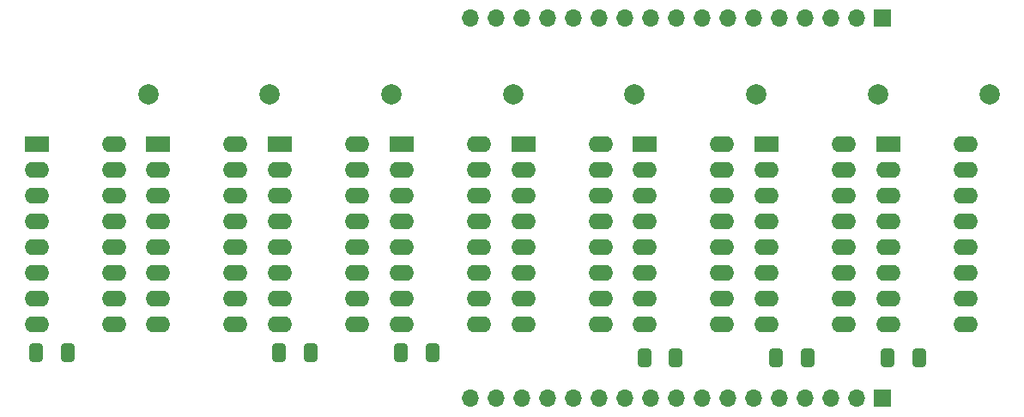
<source format=gbr>
%TF.GenerationSoftware,KiCad,Pcbnew,7.0.10*%
%TF.CreationDate,2024-02-06T22:07:37+01:00*%
%TF.ProjectId,16M2164_Ersatz_16dRAM,31364d32-3136-4345-9f45-727361747a5f,1*%
%TF.SameCoordinates,Original*%
%TF.FileFunction,Soldermask,Top*%
%TF.FilePolarity,Negative*%
%FSLAX46Y46*%
G04 Gerber Fmt 4.6, Leading zero omitted, Abs format (unit mm)*
G04 Created by KiCad (PCBNEW 7.0.10) date 2024-02-06 22:07:37*
%MOMM*%
%LPD*%
G01*
G04 APERTURE LIST*
G04 Aperture macros list*
%AMRoundRect*
0 Rectangle with rounded corners*
0 $1 Rounding radius*
0 $2 $3 $4 $5 $6 $7 $8 $9 X,Y pos of 4 corners*
0 Add a 4 corners polygon primitive as box body*
4,1,4,$2,$3,$4,$5,$6,$7,$8,$9,$2,$3,0*
0 Add four circle primitives for the rounded corners*
1,1,$1+$1,$2,$3*
1,1,$1+$1,$4,$5*
1,1,$1+$1,$6,$7*
1,1,$1+$1,$8,$9*
0 Add four rect primitives between the rounded corners*
20,1,$1+$1,$2,$3,$4,$5,0*
20,1,$1+$1,$4,$5,$6,$7,0*
20,1,$1+$1,$6,$7,$8,$9,0*
20,1,$1+$1,$8,$9,$2,$3,0*%
G04 Aperture macros list end*
%ADD10C,2.000000*%
%ADD11RoundRect,0.250000X-0.412500X-0.650000X0.412500X-0.650000X0.412500X0.650000X-0.412500X0.650000X0*%
%ADD12O,2.400000X1.600000*%
%ADD13R,2.400000X1.600000*%
%ADD14R,1.700000X1.700000*%
%ADD15O,1.700000X1.700000*%
G04 APERTURE END LIST*
D10*
%TO.C,TP8*%
X110240000Y-90000000D03*
%TD*%
%TO.C,TP7*%
X122240000Y-90000000D03*
%TD*%
%TO.C,TP6*%
X134240000Y-90000000D03*
%TD*%
%TO.C,TP5*%
X146240000Y-90000000D03*
%TD*%
%TO.C,TP4*%
X158240000Y-90000000D03*
%TD*%
%TO.C,TP3*%
X170240000Y-90000000D03*
%TD*%
%TO.C,TP2*%
X182240000Y-90000000D03*
%TD*%
%TO.C,TP1*%
X193240000Y-90000000D03*
%TD*%
D11*
%TO.C,C5*%
X172177500Y-116000000D03*
X175302500Y-116000000D03*
%TD*%
%TO.C,C1*%
X102302500Y-115500000D03*
X99177500Y-115500000D03*
%TD*%
%TO.C,C2*%
X123177500Y-115500000D03*
X126302500Y-115500000D03*
%TD*%
%TO.C,C3*%
X135177500Y-115500000D03*
X138302500Y-115500000D03*
%TD*%
%TO.C,C4*%
X159177500Y-116000000D03*
X162302500Y-116000000D03*
%TD*%
%TO.C,C6*%
X186302500Y-116000000D03*
X183177500Y-116000000D03*
%TD*%
D12*
%TO.C,U5*%
X190860000Y-94920000D03*
X190860000Y-97460000D03*
X190860000Y-100000000D03*
X190860000Y-102540000D03*
X190860000Y-105080000D03*
X190860000Y-107620000D03*
X190860000Y-110160000D03*
X190860000Y-112700000D03*
X183240000Y-112700000D03*
X183240000Y-110160000D03*
X183240000Y-107620000D03*
X183240000Y-105080000D03*
X183240000Y-102540000D03*
X183240000Y-100000000D03*
X183240000Y-97460000D03*
D13*
X183240000Y-94920000D03*
%TD*%
%TO.C,U14*%
X171240000Y-94920000D03*
D12*
X171240000Y-97460000D03*
X171240000Y-100000000D03*
X171240000Y-102540000D03*
X171240000Y-105080000D03*
X171240000Y-107620000D03*
X171240000Y-110160000D03*
X171240000Y-112700000D03*
X178860000Y-112700000D03*
X178860000Y-110160000D03*
X178860000Y-107620000D03*
X178860000Y-105080000D03*
X178860000Y-102540000D03*
X178860000Y-100000000D03*
X178860000Y-97460000D03*
X178860000Y-94920000D03*
%TD*%
%TO.C,U8*%
X154860000Y-94920000D03*
X154860000Y-97460000D03*
X154860000Y-100000000D03*
X154860000Y-102540000D03*
X154860000Y-105080000D03*
X154860000Y-107620000D03*
X154860000Y-110160000D03*
X154860000Y-112700000D03*
X147240000Y-112700000D03*
X147240000Y-110160000D03*
X147240000Y-107620000D03*
X147240000Y-105080000D03*
X147240000Y-102540000D03*
X147240000Y-100000000D03*
X147240000Y-97460000D03*
D13*
X147240000Y-94920000D03*
%TD*%
D12*
%TO.C,U16*%
X154860000Y-94920000D03*
X154860000Y-97460000D03*
X154860000Y-100000000D03*
X154860000Y-102540000D03*
X154860000Y-105080000D03*
X154860000Y-107620000D03*
X154860000Y-110160000D03*
X154860000Y-112700000D03*
X147240000Y-112700000D03*
X147240000Y-110160000D03*
X147240000Y-107620000D03*
X147240000Y-105080000D03*
X147240000Y-102540000D03*
X147240000Y-100000000D03*
X147240000Y-97460000D03*
D13*
X147240000Y-94920000D03*
%TD*%
%TO.C,U7*%
X159240000Y-94920000D03*
D12*
X159240000Y-97460000D03*
X159240000Y-100000000D03*
X159240000Y-102540000D03*
X159240000Y-105080000D03*
X159240000Y-107620000D03*
X159240000Y-110160000D03*
X159240000Y-112700000D03*
X166860000Y-112700000D03*
X166860000Y-110160000D03*
X166860000Y-107620000D03*
X166860000Y-105080000D03*
X166860000Y-102540000D03*
X166860000Y-100000000D03*
X166860000Y-97460000D03*
X166860000Y-94920000D03*
%TD*%
D13*
%TO.C,U11*%
X111240000Y-94920000D03*
D12*
X111240000Y-97460000D03*
X111240000Y-100000000D03*
X111240000Y-102540000D03*
X111240000Y-105080000D03*
X111240000Y-107620000D03*
X111240000Y-110160000D03*
X111240000Y-112700000D03*
X118860000Y-112700000D03*
X118860000Y-110160000D03*
X118860000Y-107620000D03*
X118860000Y-105080000D03*
X118860000Y-102540000D03*
X118860000Y-100000000D03*
X118860000Y-97460000D03*
X118860000Y-94920000D03*
%TD*%
D13*
%TO.C,U1*%
X135240000Y-94920000D03*
D12*
X135240000Y-97460000D03*
X135240000Y-100000000D03*
X135240000Y-102540000D03*
X135240000Y-105080000D03*
X135240000Y-107620000D03*
X135240000Y-110160000D03*
X135240000Y-112700000D03*
X142860000Y-112700000D03*
X142860000Y-110160000D03*
X142860000Y-107620000D03*
X142860000Y-105080000D03*
X142860000Y-102540000D03*
X142860000Y-100000000D03*
X142860000Y-97460000D03*
X142860000Y-94920000D03*
%TD*%
D13*
%TO.C,U12*%
X99240000Y-94920000D03*
D12*
X99240000Y-97460000D03*
X99240000Y-100000000D03*
X99240000Y-102540000D03*
X99240000Y-105080000D03*
X99240000Y-107620000D03*
X99240000Y-110160000D03*
X99240000Y-112700000D03*
X106860000Y-112700000D03*
X106860000Y-110160000D03*
X106860000Y-107620000D03*
X106860000Y-105080000D03*
X106860000Y-102540000D03*
X106860000Y-100000000D03*
X106860000Y-97460000D03*
X106860000Y-94920000D03*
%TD*%
D13*
%TO.C,U2*%
X123240000Y-94920000D03*
D12*
X123240000Y-97460000D03*
X123240000Y-100000000D03*
X123240000Y-102540000D03*
X123240000Y-105080000D03*
X123240000Y-107620000D03*
X123240000Y-110160000D03*
X123240000Y-112700000D03*
X130860000Y-112700000D03*
X130860000Y-110160000D03*
X130860000Y-107620000D03*
X130860000Y-105080000D03*
X130860000Y-102540000D03*
X130860000Y-100000000D03*
X130860000Y-97460000D03*
X130860000Y-94920000D03*
%TD*%
D13*
%TO.C,U15*%
X159240000Y-94920000D03*
D12*
X159240000Y-97460000D03*
X159240000Y-100000000D03*
X159240000Y-102540000D03*
X159240000Y-105080000D03*
X159240000Y-107620000D03*
X159240000Y-110160000D03*
X159240000Y-112700000D03*
X166860000Y-112700000D03*
X166860000Y-110160000D03*
X166860000Y-107620000D03*
X166860000Y-105080000D03*
X166860000Y-102540000D03*
X166860000Y-100000000D03*
X166860000Y-97460000D03*
X166860000Y-94920000D03*
%TD*%
D13*
%TO.C,U10*%
X123240000Y-94920000D03*
D12*
X123240000Y-97460000D03*
X123240000Y-100000000D03*
X123240000Y-102540000D03*
X123240000Y-105080000D03*
X123240000Y-107620000D03*
X123240000Y-110160000D03*
X123240000Y-112700000D03*
X130860000Y-112700000D03*
X130860000Y-110160000D03*
X130860000Y-107620000D03*
X130860000Y-105080000D03*
X130860000Y-102540000D03*
X130860000Y-100000000D03*
X130860000Y-97460000D03*
X130860000Y-94920000D03*
%TD*%
D13*
%TO.C,U3*%
X111240000Y-94920000D03*
D12*
X111240000Y-97460000D03*
X111240000Y-100000000D03*
X111240000Y-102540000D03*
X111240000Y-105080000D03*
X111240000Y-107620000D03*
X111240000Y-110160000D03*
X111240000Y-112700000D03*
X118860000Y-112700000D03*
X118860000Y-110160000D03*
X118860000Y-107620000D03*
X118860000Y-105080000D03*
X118860000Y-102540000D03*
X118860000Y-100000000D03*
X118860000Y-97460000D03*
X118860000Y-94920000D03*
%TD*%
D13*
%TO.C,U9*%
X135240000Y-94920000D03*
D12*
X135240000Y-97460000D03*
X135240000Y-100000000D03*
X135240000Y-102540000D03*
X135240000Y-105080000D03*
X135240000Y-107620000D03*
X135240000Y-110160000D03*
X135240000Y-112700000D03*
X142860000Y-112700000D03*
X142860000Y-110160000D03*
X142860000Y-107620000D03*
X142860000Y-105080000D03*
X142860000Y-102540000D03*
X142860000Y-100000000D03*
X142860000Y-97460000D03*
X142860000Y-94920000D03*
%TD*%
%TO.C,U4*%
X106860000Y-94920000D03*
X106860000Y-97460000D03*
X106860000Y-100000000D03*
X106860000Y-102540000D03*
X106860000Y-105080000D03*
X106860000Y-107620000D03*
X106860000Y-110160000D03*
X106860000Y-112700000D03*
X99240000Y-112700000D03*
X99240000Y-110160000D03*
X99240000Y-107620000D03*
X99240000Y-105080000D03*
X99240000Y-102540000D03*
X99240000Y-100000000D03*
X99240000Y-97460000D03*
D13*
X99240000Y-94920000D03*
%TD*%
%TO.C,U6*%
X171240000Y-94920000D03*
D12*
X171240000Y-97460000D03*
X171240000Y-100000000D03*
X171240000Y-102540000D03*
X171240000Y-105080000D03*
X171240000Y-107620000D03*
X171240000Y-110160000D03*
X171240000Y-112700000D03*
X178860000Y-112700000D03*
X178860000Y-110160000D03*
X178860000Y-107620000D03*
X178860000Y-105080000D03*
X178860000Y-102540000D03*
X178860000Y-100000000D03*
X178860000Y-97460000D03*
X178860000Y-94920000D03*
%TD*%
D13*
%TO.C,U13*%
X183240000Y-94920000D03*
D12*
X183240000Y-97460000D03*
X183240000Y-100000000D03*
X183240000Y-102540000D03*
X183240000Y-105080000D03*
X183240000Y-107620000D03*
X183240000Y-110160000D03*
X183240000Y-112700000D03*
X190860000Y-112700000D03*
X190860000Y-110160000D03*
X190860000Y-107620000D03*
X190860000Y-105080000D03*
X190860000Y-102540000D03*
X190860000Y-100000000D03*
X190860000Y-97460000D03*
X190860000Y-94920000D03*
%TD*%
D14*
%TO.C,J2*%
X182660000Y-120000000D03*
D15*
X180120000Y-120000000D03*
X177580000Y-120000000D03*
X175040000Y-120000000D03*
X172500000Y-120000000D03*
X169960000Y-120000000D03*
X167420000Y-120000000D03*
X164880000Y-120000000D03*
X162340000Y-120000000D03*
X159800000Y-120000000D03*
X157260000Y-120000000D03*
X154720000Y-120000000D03*
X152180000Y-120000000D03*
X149640000Y-120000000D03*
X147100000Y-120000000D03*
X144560000Y-120000000D03*
X142020000Y-120000000D03*
%TD*%
D14*
%TO.C,J1*%
X182660000Y-82500000D03*
D15*
X180120000Y-82500000D03*
X177580000Y-82500000D03*
X175040000Y-82500000D03*
X172500000Y-82500000D03*
X169960000Y-82500000D03*
X167420000Y-82500000D03*
X164880000Y-82500000D03*
X162340000Y-82500000D03*
X159800000Y-82500000D03*
X157260000Y-82500000D03*
X154720000Y-82500000D03*
X152180000Y-82500000D03*
X149640000Y-82500000D03*
X147100000Y-82500000D03*
X144560000Y-82500000D03*
X142020000Y-82500000D03*
%TD*%
M02*

</source>
